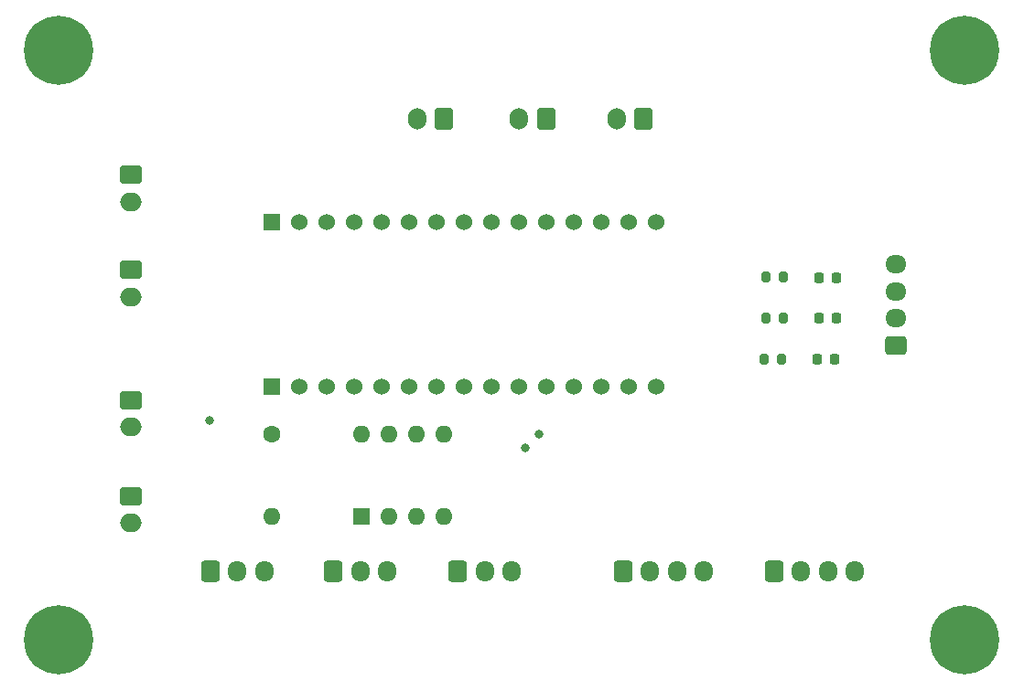
<source format=gbr>
%TF.GenerationSoftware,KiCad,Pcbnew,7.0.5*%
%TF.CreationDate,2023-08-26T18:44:16+09:00*%
%TF.ProjectId,Motherbord_Slave,4d6f7468-6572-4626-9f72-645f536c6176,rev?*%
%TF.SameCoordinates,Original*%
%TF.FileFunction,Soldermask,Top*%
%TF.FilePolarity,Negative*%
%FSLAX46Y46*%
G04 Gerber Fmt 4.6, Leading zero omitted, Abs format (unit mm)*
G04 Created by KiCad (PCBNEW 7.0.5) date 2023-08-26 18:44:16*
%MOMM*%
%LPD*%
G01*
G04 APERTURE LIST*
G04 Aperture macros list*
%AMRoundRect*
0 Rectangle with rounded corners*
0 $1 Rounding radius*
0 $2 $3 $4 $5 $6 $7 $8 $9 X,Y pos of 4 corners*
0 Add a 4 corners polygon primitive as box body*
4,1,4,$2,$3,$4,$5,$6,$7,$8,$9,$2,$3,0*
0 Add four circle primitives for the rounded corners*
1,1,$1+$1,$2,$3*
1,1,$1+$1,$4,$5*
1,1,$1+$1,$6,$7*
1,1,$1+$1,$8,$9*
0 Add four rect primitives between the rounded corners*
20,1,$1+$1,$2,$3,$4,$5,0*
20,1,$1+$1,$4,$5,$6,$7,0*
20,1,$1+$1,$6,$7,$8,$9,0*
20,1,$1+$1,$8,$9,$2,$3,0*%
G04 Aperture macros list end*
%ADD10RoundRect,0.218750X0.218750X0.256250X-0.218750X0.256250X-0.218750X-0.256250X0.218750X-0.256250X0*%
%ADD11R,1.530000X1.530000*%
%ADD12C,1.530000*%
%ADD13C,0.800000*%
%ADD14C,6.400000*%
%ADD15RoundRect,0.200000X0.200000X0.275000X-0.200000X0.275000X-0.200000X-0.275000X0.200000X-0.275000X0*%
%ADD16RoundRect,0.250000X-0.750000X0.600000X-0.750000X-0.600000X0.750000X-0.600000X0.750000X0.600000X0*%
%ADD17O,2.000000X1.700000*%
%ADD18RoundRect,0.250000X-0.600000X-0.725000X0.600000X-0.725000X0.600000X0.725000X-0.600000X0.725000X0*%
%ADD19O,1.700000X1.950000*%
%ADD20R,1.600000X1.600000*%
%ADD21O,1.600000X1.600000*%
%ADD22RoundRect,0.250000X0.600000X0.750000X-0.600000X0.750000X-0.600000X-0.750000X0.600000X-0.750000X0*%
%ADD23O,1.700000X2.000000*%
%ADD24C,1.600000*%
%ADD25RoundRect,0.250000X0.725000X-0.600000X0.725000X0.600000X-0.725000X0.600000X-0.725000X-0.600000X0*%
%ADD26O,1.950000X1.700000*%
G04 APERTURE END LIST*
D10*
%TO.C,D1*%
X182880000Y-93980000D03*
X181305000Y-93980000D03*
%TD*%
D11*
%TO.C,U1*%
X130810000Y-96520000D03*
D12*
X133350000Y-96520000D03*
X135890000Y-96520000D03*
X138430000Y-96520000D03*
X140970000Y-96520000D03*
X143510000Y-96520000D03*
X146050000Y-96520000D03*
X148590000Y-96520000D03*
X151130000Y-96520000D03*
X153670000Y-96520000D03*
X156210000Y-96520000D03*
X158750000Y-96520000D03*
X161290000Y-96520000D03*
X163830000Y-96520000D03*
X166370000Y-96520000D03*
X166370000Y-81280000D03*
X163830000Y-81280000D03*
X161290000Y-81280000D03*
X158750000Y-81280000D03*
X156210000Y-81280000D03*
X153670000Y-81280000D03*
X151130000Y-81280000D03*
X148590000Y-81280000D03*
X146050000Y-81280000D03*
X143510000Y-81280000D03*
X140970000Y-81280000D03*
X138430000Y-81280000D03*
X135890000Y-81280000D03*
X133350000Y-81280000D03*
D11*
X130810000Y-81280000D03*
%TD*%
D13*
%TO.C,H3*%
X108725000Y-65405000D03*
X109427944Y-63707944D03*
X109427944Y-67102056D03*
X111125000Y-63005000D03*
D14*
X111125000Y-65405000D03*
D13*
X111125000Y-67805000D03*
X112822056Y-63707944D03*
X112822056Y-67102056D03*
X113525000Y-65405000D03*
%TD*%
D15*
%TO.C,R4*%
X178180000Y-86410000D03*
X176530000Y-86410000D03*
%TD*%
D16*
%TO.C,J1*%
X117750000Y-97790000D03*
D17*
X117750000Y-100290000D03*
%TD*%
D18*
%TO.C,J3*%
X177285000Y-113665000D03*
D19*
X179785000Y-113665000D03*
X182285000Y-113665000D03*
X184785000Y-113665000D03*
%TD*%
D16*
%TO.C,J17*%
X117750000Y-85745000D03*
D17*
X117750000Y-88245000D03*
%TD*%
D18*
%TO.C,J6*%
X136525000Y-113665000D03*
D19*
X139025000Y-113665000D03*
X141525000Y-113665000D03*
%TD*%
D20*
%TO.C,U2*%
X139075000Y-108575000D03*
D21*
X141615000Y-108575000D03*
X144155000Y-108575000D03*
X146695000Y-108575000D03*
X146695000Y-100955000D03*
X144155000Y-100955000D03*
X141615000Y-100955000D03*
X139075000Y-100955000D03*
%TD*%
D16*
%TO.C,J16*%
X117750000Y-76930000D03*
D17*
X117750000Y-79430000D03*
%TD*%
D18*
%TO.C,J5*%
X125135000Y-113665000D03*
D19*
X127635000Y-113665000D03*
X130135000Y-113665000D03*
%TD*%
D10*
%TO.C,D3*%
X183032500Y-86440000D03*
X181457500Y-86440000D03*
%TD*%
D22*
%TO.C,J12*%
X156210000Y-71755000D03*
D23*
X153710000Y-71755000D03*
%TD*%
D13*
%TO.C,H1*%
X192545000Y-65405000D03*
X193247944Y-63707944D03*
X193247944Y-67102056D03*
X194945000Y-63005000D03*
D14*
X194945000Y-65405000D03*
D13*
X194945000Y-67805000D03*
X196642056Y-63707944D03*
X196642056Y-67102056D03*
X197345000Y-65405000D03*
%TD*%
%TO.C,H4*%
X108725000Y-120015000D03*
X109427944Y-118317944D03*
X109427944Y-121712056D03*
X111125000Y-117615000D03*
D14*
X111125000Y-120015000D03*
D13*
X111125000Y-122415000D03*
X112822056Y-118317944D03*
X112822056Y-121712056D03*
X113525000Y-120015000D03*
%TD*%
D22*
%TO.C,J13*%
X165210000Y-71755000D03*
D23*
X162710000Y-71755000D03*
%TD*%
D24*
%TO.C,R1*%
X130810000Y-100965000D03*
D21*
X130810000Y-108585000D03*
%TD*%
D15*
%TO.C,R3*%
X178180000Y-90220000D03*
X176530000Y-90220000D03*
%TD*%
D10*
%TO.C,D2*%
X183032500Y-90170000D03*
X181457500Y-90170000D03*
%TD*%
D25*
%TO.C,J8*%
X188595000Y-92710000D03*
D26*
X188595000Y-90210000D03*
X188595000Y-87710000D03*
X188595000Y-85210000D03*
%TD*%
D13*
%TO.C,H2*%
X192545000Y-120015000D03*
X193247944Y-118317944D03*
X193247944Y-121712056D03*
X194945000Y-117615000D03*
D14*
X194945000Y-120015000D03*
D13*
X194945000Y-122415000D03*
X196642056Y-118317944D03*
X196642056Y-121712056D03*
X197345000Y-120015000D03*
%TD*%
D18*
%TO.C,J4*%
X163315000Y-113665000D03*
D19*
X165815000Y-113665000D03*
X168315000Y-113665000D03*
X170815000Y-113665000D03*
%TD*%
D22*
%TO.C,J11*%
X146760000Y-71755000D03*
D23*
X144260000Y-71755000D03*
%TD*%
D15*
%TO.C,R2*%
X177990000Y-94030000D03*
X176340000Y-94030000D03*
%TD*%
D18*
%TO.C,J7*%
X148035000Y-113665000D03*
D19*
X150535000Y-113665000D03*
X153035000Y-113665000D03*
%TD*%
D16*
%TO.C,J2*%
X117750000Y-106680000D03*
D17*
X117750000Y-109180000D03*
%TD*%
D13*
X125095000Y-99695000D03*
X154305000Y-102235000D03*
X155575000Y-100965000D03*
M02*

</source>
